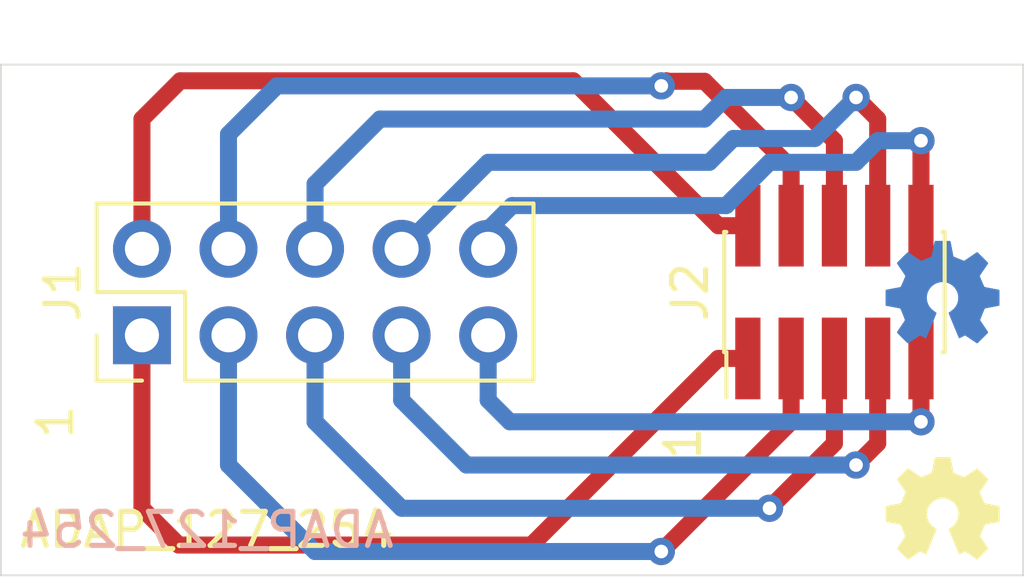
<source format=kicad_pcb>
(kicad_pcb (version 20171130) (host pcbnew 5.1.5-52549c5~86~ubuntu18.04.1)

  (general
    (thickness 1.6)
    (drawings 8)
    (tracks 69)
    (zones 0)
    (modules 4)
    (nets 11)
  )

  (page A4)
  (title_block
    (title "5x2 pin 1.27 mm male to 2.54 mm male adapter")
    (company Galopago)
  )

  (layers
    (0 F.Cu signal)
    (31 B.Cu signal)
    (32 B.Adhes user)
    (33 F.Adhes user)
    (34 B.Paste user)
    (35 F.Paste user)
    (36 B.SilkS user)
    (37 F.SilkS user)
    (38 B.Mask user)
    (39 F.Mask user)
    (40 Dwgs.User user)
    (41 Cmts.User user)
    (42 Eco1.User user)
    (43 Eco2.User user)
    (44 Edge.Cuts user)
    (45 Margin user)
    (46 B.CrtYd user)
    (47 F.CrtYd user)
    (48 B.Fab user)
    (49 F.Fab user)
  )

  (setup
    (last_trace_width 0.5)
    (trace_clearance 0.2)
    (zone_clearance 0.508)
    (zone_45_only no)
    (trace_min 0.2)
    (via_size 0.8)
    (via_drill 0.4)
    (via_min_size 0.4)
    (via_min_drill 0.3)
    (uvia_size 0.3)
    (uvia_drill 0.1)
    (uvias_allowed no)
    (uvia_min_size 0.2)
    (uvia_min_drill 0.1)
    (edge_width 0.05)
    (segment_width 0.2)
    (pcb_text_width 0.3)
    (pcb_text_size 1.5 1.5)
    (mod_edge_width 0.12)
    (mod_text_size 1 1)
    (mod_text_width 0.15)
    (pad_size 1.524 1.524)
    (pad_drill 0.762)
    (pad_to_mask_clearance 0.051)
    (solder_mask_min_width 0.25)
    (aux_axis_origin 0 0)
    (visible_elements FFFFFF7F)
    (pcbplotparams
      (layerselection 0x010f0_ffffffff)
      (usegerberextensions false)
      (usegerberattributes false)
      (usegerberadvancedattributes false)
      (creategerberjobfile false)
      (excludeedgelayer true)
      (linewidth 0.100000)
      (plotframeref false)
      (viasonmask false)
      (mode 1)
      (useauxorigin false)
      (hpglpennumber 1)
      (hpglpenspeed 20)
      (hpglpendiameter 15.000000)
      (psnegative false)
      (psa4output false)
      (plotreference true)
      (plotvalue true)
      (plotinvisibletext false)
      (padsonsilk false)
      (subtractmaskfromsilk false)
      (outputformat 1)
      (mirror false)
      (drillshape 0)
      (scaleselection 1)
      (outputdirectory "gerber/single/"))
  )

  (net 0 "")
  (net 1 "Net-(J1-Pad10)")
  (net 2 "Net-(J1-Pad9)")
  (net 3 "Net-(J1-Pad8)")
  (net 4 "Net-(J1-Pad7)")
  (net 5 "Net-(J1-Pad6)")
  (net 6 "Net-(J1-Pad5)")
  (net 7 "Net-(J1-Pad4)")
  (net 8 "Net-(J1-Pad3)")
  (net 9 "Net-(J1-Pad2)")
  (net 10 "Net-(J1-Pad1)")

  (net_class Default "This is the default net class."
    (clearance 0.2)
    (trace_width 0.5)
    (via_dia 0.8)
    (via_drill 0.4)
    (uvia_dia 0.3)
    (uvia_drill 0.1)
    (add_net "Net-(J1-Pad1)")
    (add_net "Net-(J1-Pad10)")
    (add_net "Net-(J1-Pad2)")
    (add_net "Net-(J1-Pad3)")
    (add_net "Net-(J1-Pad4)")
    (add_net "Net-(J1-Pad5)")
    (add_net "Net-(J1-Pad6)")
    (add_net "Net-(J1-Pad7)")
    (add_net "Net-(J1-Pad8)")
    (add_net "Net-(J1-Pad9)")
  )

  (module Symbol:OSHW-Symbol_3.3x3mm_Copper (layer B.Cu) (tedit 0) (tstamp 5ED49F43)
    (at 127.635 106.68 180)
    (descr "Open Source Hardware Symbol")
    (tags "Logo Symbol OSHW")
    (attr virtual)
    (fp_text reference REF** (at 0 0) (layer B.SilkS) hide
      (effects (font (size 1 1) (thickness 0.15)) (justify mirror))
    )
    (fp_text value OSHW-Symbol_3.3x3mm_Copper (at 0.75 0) (layer B.Fab) hide
      (effects (font (size 1 1) (thickness 0.15)) (justify mirror))
    )
    (fp_poly (pts (xy 0.025852 1.499527) (xy 0.060681 1.499384) (xy 0.094199 1.499117) (xy 0.12563 1.498727)
      (xy 0.154193 1.49821) (xy 0.17911 1.497569) (xy 0.199602 1.496802) (xy 0.21489 1.495911)
      (xy 0.224196 1.494894) (xy 0.226648 1.494181) (xy 0.228282 1.491962) (xy 0.230212 1.48721)
      (xy 0.232539 1.479442) (xy 0.235366 1.468179) (xy 0.238796 1.452939) (xy 0.24293 1.433243)
      (xy 0.24787 1.408608) (xy 0.253718 1.378556) (xy 0.260576 1.342604) (xy 0.268547 1.300273)
      (xy 0.273859 1.271867) (xy 0.281171 1.232921) (xy 0.288195 1.19596) (xy 0.294805 1.161625)
      (xy 0.300873 1.130558) (xy 0.306271 1.103402) (xy 0.310871 1.080797) (xy 0.314546 1.063386)
      (xy 0.317168 1.051811) (xy 0.318611 1.046712) (xy 0.318636 1.046662) (xy 0.32374 1.03982)
      (xy 0.327471 1.037012) (xy 0.387317 1.012399) (xy 0.440529 0.990597) (xy 0.487158 0.971587)
      (xy 0.527253 0.955347) (xy 0.560864 0.941859) (xy 0.588043 0.931101) (xy 0.608839 0.923053)
      (xy 0.623302 0.917696) (xy 0.631483 0.91501) (xy 0.633259 0.914662) (xy 0.634915 0.914647)
      (xy 0.636575 0.914799) (xy 0.63868 0.915406) (xy 0.641672 0.916759) (xy 0.645992 0.919148)
      (xy 0.652081 0.922863) (xy 0.66038 0.928196) (xy 0.671332 0.935435) (xy 0.685376 0.944872)
      (xy 0.702954 0.956796) (xy 0.724508 0.971498) (xy 0.750479 0.989269) (xy 0.781308 1.010398)
      (xy 0.817437 1.035175) (xy 0.840254 1.050826) (xy 0.870851 1.071788) (xy 0.899826 1.091593)
      (xy 0.926593 1.109845) (xy 0.950567 1.126145) (xy 0.971161 1.140097) (xy 0.98779 1.151303)
      (xy 0.999869 1.159366) (xy 1.006811 1.16389) (xy 1.008091 1.164658) (xy 1.015869 1.167036)
      (xy 1.024185 1.164695) (xy 1.026239 1.163653) (xy 1.030583 1.160163) (xy 1.039549 1.151989)
      (xy 1.052649 1.139606) (xy 1.069396 1.123489) (xy 1.089301 1.10411) (xy 1.111878 1.081945)
      (xy 1.13664 1.057467) (xy 1.163099 1.03115) (xy 1.185974 1.008275) (xy 1.217861 0.976277)
      (xy 1.244963 0.948982) (xy 1.267657 0.925988) (xy 1.286318 0.906891) (xy 1.30132 0.891287)
      (xy 1.31304 0.878773) (xy 1.321851 0.868946) (xy 1.32813 0.861402) (xy 1.332252 0.855738)
      (xy 1.334591 0.851551) (xy 1.335524 0.848437) (xy 1.335587 0.847412) (xy 1.334507 0.84346)
      (xy 1.331167 0.836565) (xy 1.325335 0.826372) (xy 1.316782 0.812524) (xy 1.305277 0.794667)
      (xy 1.290589 0.772445) (xy 1.272488 0.745501) (xy 1.250744 0.71348) (xy 1.225125 0.676027)
      (xy 1.214156 0.66005) (xy 1.192108 0.627861) (xy 1.171272 0.597252) (xy 1.152019 0.568779)
      (xy 1.134718 0.542999) (xy 1.11974 0.520467) (xy 1.107456 0.501742) (xy 1.098236 0.487379)
      (xy 1.092449 0.477936) (xy 1.09049 0.474129) (xy 1.090554 0.470302) (xy 1.092137 0.463537)
      (xy 1.09543 0.453346) (xy 1.100621 0.439244) (xy 1.1079 0.420742) (xy 1.117456 0.397354)
      (xy 1.129479 0.368594) (xy 1.144158 0.333974) (xy 1.154012 0.310906) (xy 1.168241 0.277905)
      (xy 1.181651 0.247269) (xy 1.193946 0.219646) (xy 1.204828 0.195684) (xy 1.214001 0.176031)
      (xy 1.221168 0.161335) (xy 1.226032 0.152244) (xy 1.227881 0.149587) (xy 1.233172 0.146205)
      (xy 1.24219 0.142832) (xy 1.255843 0.139222) (xy 1.275037 0.135129) (xy 1.29577 0.131201)
      (xy 1.355637 0.120226) (xy 1.41094 0.110024) (xy 1.461408 0.100646) (xy 1.506772 0.092142)
      (xy 1.546762 0.084566) (xy 1.581107 0.077969) (xy 1.609539 0.072402) (xy 1.631787 0.067916)
      (xy 1.647582 0.064565) (xy 1.656653 0.062399) (xy 1.658716 0.061711) (xy 1.665262 0.055985)
      (xy 1.667378 0.052434) (xy 1.667781 0.047837) (xy 1.668161 0.036632) (xy 1.668511 0.019469)
      (xy 1.668825 -0.003) (xy 1.669096 -0.030125) (xy 1.669317 -0.061255) (xy 1.669483 -0.095739)
      (xy 1.669586 -0.132926) (xy 1.66962 -0.170629) (xy 1.669622 -0.216578) (xy 1.6696 -0.255812)
      (xy 1.669514 -0.288874) (xy 1.669323 -0.316306) (xy 1.668986 -0.338653) (xy 1.668462 -0.356458)
      (xy 1.667711 -0.370265) (xy 1.666692 -0.380616) (xy 1.665364 -0.388056) (xy 1.663686 -0.393128)
      (xy 1.661618 -0.396375) (xy 1.659118 -0.39834) (xy 1.656147 -0.399568) (xy 1.652662 -0.400601)
      (xy 1.652358 -0.400692) (xy 1.647692 -0.401691) (xy 1.636554 -0.403877) (xy 1.619608 -0.407123)
      (xy 1.597522 -0.411304) (xy 1.570962 -0.416296) (xy 1.540595 -0.421972) (xy 1.507086 -0.428207)
      (xy 1.471102 -0.434876) (xy 1.446399 -0.439441) (xy 1.402024 -0.447664) (xy 1.364282 -0.454741)
      (xy 1.332655 -0.460784) (xy 1.306629 -0.465901) (xy 1.285684 -0.470203) (xy 1.269304 -0.473799)
      (xy 1.256973 -0.4768) (xy 1.248174 -0.479315) (xy 1.242389 -0.481454) (xy 1.239102 -0.483328)
      (xy 1.238787 -0.483598) (xy 1.235707 -0.488544) (xy 1.230373 -0.499456) (xy 1.223114 -0.515517)
      (xy 1.214256 -0.535908) (xy 1.20413 -0.559813) (xy 1.193063 -0.586414) (xy 1.181384 -0.614892)
      (xy 1.169421 -0.64443) (xy 1.157503 -0.67421) (xy 1.145957 -0.703415) (xy 1.135114 -0.731226)
      (xy 1.1253 -0.756827) (xy 1.116844 -0.779398) (xy 1.110075 -0.798123) (xy 1.105321 -0.812184)
      (xy 1.10291 -0.820762) (xy 1.102676 -0.822511) (xy 1.103501 -0.826238) (xy 1.106155 -0.832251)
      (xy 1.110905 -0.840966) (xy 1.118018 -0.852799) (xy 1.127763 -0.868165) (xy 1.140405 -0.887479)
      (xy 1.156213 -0.911157) (xy 1.175453 -0.939615) (xy 1.198393 -0.973268) (xy 1.219185 -1.003622)
      (xy 1.247786 -1.045457) (xy 1.272219 -1.08152) (xy 1.292562 -1.111931) (xy 1.308892 -1.136806)
      (xy 1.321285 -1.156264) (xy 1.329818 -1.170424) (xy 1.334568 -1.179403) (xy 1.335696 -1.182898)
      (xy 1.334819 -1.185801) (xy 1.331965 -1.190387) (xy 1.326794 -1.197013) (xy 1.31897 -1.206038)
      (xy 1.308154 -1.21782) (xy 1.294009 -1.232718) (xy 1.276197 -1.25109) (xy 1.25438 -1.273295)
      (xy 1.22822 -1.29969) (xy 1.19738 -1.330633) (xy 1.180514 -1.347508) (xy 1.144517 -1.3834)
      (xy 1.113381 -1.414228) (xy 1.086933 -1.44016) (xy 1.064997 -1.461361) (xy 1.047401 -1.477996)
      (xy 1.03397 -1.490231) (xy 1.024529 -1.498232) (xy 1.018905 -1.502165) (xy 1.017457 -1.502658)
      (xy 1.015637 -1.502543) (xy 1.013435 -1.502011) (xy 1.010423 -1.500778) (xy 1.00617 -1.498561)
      (xy 1.000249 -1.495077) (xy 0.992229 -1.490044) (xy 0.981681 -1.483178) (xy 0.968177 -1.474197)
      (xy 0.951286 -1.462816) (xy 0.93058 -1.448755) (xy 0.905629 -1.431728) (xy 0.876004 -1.411455)
      (xy 0.841276 -1.38765) (xy 0.801016 -1.360033) (xy 0.798844 -1.358542) (xy 0.771484 -1.339883)
      (xy 0.74578 -1.322568) (xy 0.722388 -1.307024) (xy 0.70196 -1.293676) (xy 0.685151 -1.282947)
      (xy 0.672616 -1.275263) (xy 0.665007 -1.271049) (xy 0.663107 -1.270363) (xy 0.657945 -1.272015)
      (xy 0.647402 -1.276647) (xy 0.632479 -1.283776) (xy 0.614174 -1.292917) (xy 0.593485 -1.303586)
      (xy 0.581111 -1.310111) (xy 0.559585 -1.321515) (xy 0.539985 -1.331828) (xy 0.523292 -1.340538)
      (xy 0.510485 -1.347137) (xy 0.502545 -1.351114) (xy 0.500577 -1.352011) (xy 0.493787 -1.351439)
      (xy 0.487302 -1.347651) (xy 0.484931 -1.343479) (xy 0.480045 -1.333121) (xy 0.472866 -1.317111)
      (xy 0.463616 -1.295986) (xy 0.452518 -1.270282) (xy 0.439795 -1.240535) (xy 0.425669 -1.20728)
      (xy 0.410363 -1.171054) (xy 0.394098 -1.132392) (xy 0.377099 -1.091831) (xy 0.359586 -1.049906)
      (xy 0.341783 -1.007153) (xy 0.323912 -0.964109) (xy 0.306196 -0.921309) (xy 0.288857 -0.879289)
      (xy 0.272118 -0.838585) (xy 0.256201 -0.799734) (xy 0.241328 -0.76327) (xy 0.227723 -0.729731)
      (xy 0.215608 -0.699651) (xy 0.205205 -0.673567) (xy 0.196737 -0.652015) (xy 0.190426 -0.635531)
      (xy 0.186495 -0.624651) (xy 0.185165 -0.619929) (xy 0.185791 -0.613195) (xy 0.188378 -0.607681)
      (xy 0.194148 -0.602031) (xy 0.204322 -0.594892) (xy 0.212332 -0.589779) (xy 0.263966 -0.554544)
      (xy 0.308893 -0.517898) (xy 0.347607 -0.479326) (xy 0.380603 -0.438315) (xy 0.408378 -0.394354)
      (xy 0.417309 -0.377479) (xy 0.439229 -0.326154) (xy 0.454771 -0.272371) (xy 0.463874 -0.217045)
      (xy 0.466482 -0.161092) (xy 0.462535 -0.105426) (xy 0.451976 -0.050962) (xy 0.440485 -0.01367)
      (xy 0.417906 0.038805) (xy 0.389288 0.087904) (xy 0.35515 0.133051) (xy 0.31601 0.173674)
      (xy 0.272388 0.209198) (xy 0.224801 0.239049) (xy 0.201518 0.250813) (xy 0.148277 0.271953)
      (xy 0.094043 0.286249) (xy 0.039365 0.293887) (xy -0.015209 0.295051) (xy -0.069128 0.289926)
      (xy -0.121846 0.278696) (xy -0.172811 0.261547) (xy -0.221477 0.238661) (xy -0.267293 0.210226)
      (xy -0.309711 0.176424) (xy -0.348181 0.13744) (xy -0.382155 0.09346) (xy -0.411018 0.044798)
      (xy -0.43153 0.000289) (xy -0.446415 -0.043039) (xy -0.456139 -0.087152) (xy -0.461168 -0.134012)
      (xy -0.462144 -0.170591) (xy -0.460109 -0.219623) (xy -0.453864 -0.264464) (xy -0.44294 -0.307147)
      (xy -0.426868 -0.349702) (xy -0.414813 -0.375508) (xy -0.390255 -0.418998) (xy -0.361148 -0.459431)
      (xy -0.326905 -0.497415) (xy -0.28694 -0.533558) (xy -0.240669 -0.56847) (xy -0.208703 -0.589671)
      (xy -0.195559 -0.598285) (xy -0.187491 -0.604626) (xy -0.183281 -0.610041) (xy -0.181713 -0.615878)
      (xy -0.181536 -0.619759) (xy -0.182893 -0.624196) (xy -0.186833 -0.634793) (xy -0.193135 -0.651016)
      (xy -0.201578 -0.672328) (xy -0.21194 -0.698195) (xy -0.224002 -0.728081) (xy -0.237541 -0.76145)
      (xy -0.252336 -0.797768) (xy -0.268168 -0.836498) (xy -0.284814 -0.877106) (xy -0.302054 -0.919055)
      (xy -0.319666 -0.961812) (xy -0.33743 -1.00484) (xy -0.355124 -1.047603) (xy -0.372527 -1.089568)
      (xy -0.38942 -1.130197) (xy -0.405579 -1.168957) (xy -0.420785 -1.205311) (xy -0.434816 -1.238723)
      (xy -0.447452 -1.26866) (xy -0.458471 -1.294585) (xy -0.467652 -1.315963) (xy -0.474774 -1.332258)
      (xy -0.479617 -1.342936) (xy -0.481959 -1.34746) (xy -0.481985 -1.347492) (xy -0.487791 -1.352518)
      (xy -0.491202 -1.353844) (xy -0.495316 -1.352207) (xy -0.50491 -1.347607) (xy -0.519065 -1.340508)
      (xy -0.536863 -1.331376) (xy -0.557385 -1.320676) (xy -0.573632 -1.312103) (xy -0.595791 -1.300506)
      (xy -0.616133 -1.290147) (xy -0.633687 -1.281497) (xy -0.647486 -1.275027) (xy -0.656559 -1.271207)
      (xy -0.659601 -1.270363) (xy -0.663864 -1.272369) (xy -0.673532 -1.278142) (xy -0.688044 -1.287311)
      (xy -0.706838 -1.299509) (xy -0.729354 -1.314364) (xy -0.755031 -1.331508) (xy -0.783307 -1.350571)
      (xy -0.813621 -1.371185) (xy -0.836004 -1.38651) (xy -0.87154 -1.41081) (xy -0.904052 -1.432842)
      (xy -0.933135 -1.45234) (xy -0.958386 -1.469041) (xy -0.9794 -1.482679) (xy -0.995771 -1.49299)
      (xy -1.007097 -1.499709) (xy -1.012971 -1.502571) (xy -1.013463 -1.502658) (xy -1.016834 -1.501147)
      (xy -1.023124 -1.496451) (xy -1.032596 -1.48832) (xy -1.045511 -1.476508) (xy -1.062129 -1.460764)
      (xy -1.082712 -1.440843) (xy -1.107522 -1.416494) (xy -1.13682 -1.387471) (xy -1.170867 -1.353525)
      (xy -1.176917 -1.347476) (xy -1.209985 -1.314351) (xy -1.238222 -1.285946) (xy -1.261972 -1.261892)
      (xy -1.281582 -1.241822) (xy -1.297398 -1.225368) (xy -1.309766 -1.212162) (xy -1.319033 -1.201837)
      (xy -1.325544 -1.194025) (xy -1.329645 -1.188357) (xy -1.331683 -1.184467) (xy -1.332067 -1.182598)
      (xy -1.330452 -1.177914) (xy -1.325521 -1.168741) (xy -1.317147 -1.154881) (xy -1.305199 -1.136137)
      (xy -1.289551 -1.11231) (xy -1.270072 -1.083202) (xy -1.246635 -1.048615) (xy -1.219111 -1.008351)
      (xy -1.215556 -1.003171) (xy -1.189389 -0.964967) (xy -1.167144 -0.932292) (xy -1.148562 -0.904743)
      (xy -1.133381 -0.881915) (xy -1.121341 -0.863405) (xy -1.112183 -0.848808) (xy -1.105645 -0.83772)
      (xy -1.101469 -0.829738) (xy -1.099393 -0.824458) (xy -1.099046 -0.822329) (xy -1.100396 -0.816284)
      (xy -1.104225 -0.804414) (xy -1.110206 -0.787538) (xy -1.118008 -0.766474) (xy -1.127305 -0.74204)
      (xy -1.137767 -0.715053) (xy -1.149066 -0.686332) (xy -1.160873 -0.656694) (xy -1.172859 -0.626959)
      (xy -1.184696 -0.597943) (xy -1.196055 -0.570465) (xy -1.206608 -0.545342) (xy -1.216027 -0.523393)
      (xy -1.223981 -0.505436) (xy -1.230143 -0.492289) (xy -1.234185 -0.48477) (xy -1.235157 -0.483499)
      (xy -1.238011 -0.48167) (xy -1.243144 -0.479613) (xy -1.251074 -0.477217) (xy -1.26232 -0.474372)
      (xy -1.277398 -0.470968) (xy -1.296826 -0.466894) (xy -1.321122 -0.462039) (xy -1.350802 -0.456293)
      (xy -1.386385 -0.449545) (xy -1.428388 -0.441685) (xy -1.447397 -0.43815) (xy -1.494151 -0.429418)
      (xy -1.534152 -0.421835) (xy -1.567799 -0.415318) (xy -1.595493 -0.409781) (xy -1.617632 -0.405142)
      (xy -1.634618 -0.401316) (xy -1.646849 -0.398219) (xy -1.654727 -0.395766) (xy -1.65865 -0.393875)
      (xy -1.658821 -0.393731) (xy -1.660312 -0.392194) (xy -1.66158 -0.390122) (xy -1.662644 -0.386956)
      (xy -1.663521 -0.382136) (xy -1.66423 -0.375106) (xy -1.664789 -0.365306) (xy -1.665215 -0.352178)
      (xy -1.665526 -0.335164) (xy -1.665741 -0.313704) (xy -1.665877 -0.287242) (xy -1.665952 -0.255217)
      (xy -1.665984 -0.217073) (xy -1.66599 -0.17225) (xy -1.66599 -0.170326) (xy -1.665954 -0.131181)
      (xy -1.665848 -0.094113) (xy -1.66568 -0.059775) (xy -1.665457 -0.028817) (xy -1.665184 -0.00189)
      (xy -1.664868 0.020354) (xy -1.664516 0.037263) (xy -1.664135 0.048187) (xy -1.663749 0.052434)
      (xy -1.658744 0.059104) (xy -1.655245 0.061627) (xy -1.65061 0.062888) (xy -1.63949 0.065331)
      (xy -1.622538 0.068826) (xy -1.600407 0.073247) (xy -1.573753 0.078464) (xy -1.543229 0.08435)
      (xy -1.509488 0.090775) (xy -1.473186 0.097613) (xy -1.442432 0.103351) (xy -1.394011 0.112405)
      (xy -1.35243 0.12031) (xy -1.317371 0.127132) (xy -1.288518 0.132938) (xy -1.265553 0.137793)
      (xy -1.248159 0.141765) (xy -1.236018 0.144919) (xy -1.228815 0.147321) (xy -1.226808 0.148371)
      (xy -1.223139 0.153333) (xy -1.217136 0.164178) (xy -1.209154 0.180083) (xy -1.199548 0.200223)
      (xy -1.188673 0.223774) (xy -1.176884 0.249912) (xy -1.164538 0.277814) (xy -1.151988 0.306655)
      (xy -1.139591 0.335612) (xy -1.127701 0.363859) (xy -1.116674 0.390575) (xy -1.106865 0.414933)
      (xy -1.09863 0.436112) (xy -1.092323 0.453285) (xy -1.0883 0.46563) (xy -1.086915 0.472323)
      (xy -1.086952 0.472757) (xy -1.089283 0.477499) (xy -1.095384 0.487647) (xy -1.104886 0.502644)
      (xy -1.11742 0.521932) (xy -1.132618 0.544952) (xy -1.150112 0.571146) (xy -1.169535 0.599957)
      (xy -1.190516 0.630826) (xy -1.210275 0.659682) (xy -1.237478 0.699366) (xy -1.260717 0.73348)
      (xy -1.280225 0.762379) (xy -1.296229 0.78642) (xy -1.308963 0.805956) (xy -1.318654 0.821344)
      (xy -1.325535 0.832939) (xy -1.329835 0.841097) (xy -1.331784 0.846172) (xy -1.331958 0.847413)
      (xy -1.331479 0.8502) (xy -1.329747 0.853901) (xy -1.326387 0.858916) (xy -1.321027 0.865646)
      (xy -1.313294 0.874492) (xy -1.302816 0.885854) (xy -1.289218 0.900133) (xy -1.272129 0.91773)
      (xy -1.251175 0.939046) (xy -1.225984 0.96448) (xy -1.196183 0.994435) (xy -1.18053 1.010136)
      (xy -1.152941 1.037716) (xy -1.126699 1.063793) (xy -1.10228 1.087902) (xy -1.080162 1.109581)
      (xy -1.060819 1.128368) (xy -1.044728 1.143799) (xy -1.032366 1.155413) (xy -1.024208 1.162746)
      (xy -1.020859 1.165301) (xy -1.012242 1.167031) (xy -1.007211 1.166415) (xy -1.003303 1.164031)
      (xy -0.993948 1.157894) (xy -0.979682 1.148366) (xy -0.961038 1.135807) (xy -0.93855 1.120581)
      (xy -0.912753 1.103048) (xy -0.88418 1.08357) (xy -0.853366 1.062509) (xy -0.820845 1.040227)
      (xy -0.819757 1.03948) (xy -0.784266 1.015223) (xy -0.751329 0.99289) (xy -0.72139 0.972773)
      (xy -0.69489 0.955163) (xy -0.672273 0.94035) (xy -0.65398 0.928624) (xy -0.640455 0.920277)
      (xy -0.632139 0.915599) (xy -0.62969 0.914662) (xy -0.62508 0.915989) (xy -0.614602 0.919744)
      (xy -0.599101 0.925588) (xy -0.57942 0.933183) (xy -0.556405 0.94219) (xy -0.530897 0.95227)
      (xy -0.503743 0.963084) (xy -0.475785 0.974293) (xy -0.447867 0.985559) (xy -0.420834 0.996543)
      (xy -0.395529 1.006906) (xy -0.372797 1.016309) (xy -0.353481 1.024414) (xy -0.338425 1.030881)
      (xy -0.328474 1.035372) (xy -0.326242 1.036472) (xy -0.318293 1.042229) (xy -0.313911 1.047915)
      (xy -0.312768 1.052562) (xy -0.310425 1.063709) (xy -0.307004 1.080721) (xy -0.30263 1.102959)
      (xy -0.297425 1.129788) (xy -0.291514 1.160571) (xy -0.28502 1.194671) (xy -0.278065 1.231451)
      (xy -0.270775 1.270275) (xy -0.270488 1.271808) (xy -0.261806 1.318045) (xy -0.254302 1.357623)
      (xy -0.247871 1.391028) (xy -0.24241 1.418746) (xy -0.237815 1.441263) (xy -0.233983 1.459066)
      (xy -0.23081 1.472641) (xy -0.228191 1.482473) (xy -0.226025 1.489049) (xy -0.224207 1.492856)
      (xy -0.2231 1.494122) (xy -0.218015 1.49522) (xy -0.20645 1.496194) (xy -0.189185 1.497045)
      (xy -0.166999 1.497772) (xy -0.14067 1.498375) (xy -0.110978 1.498854) (xy -0.0787 1.499208)
      (xy -0.044617 1.499438) (xy -0.009506 1.499545) (xy 0.025852 1.499527)) (layer B.Cu) (width 0.01))
  )

  (module Symbol:OSHW-Symbol_3.3x3mm_SilkScreen (layer F.Cu) (tedit 0) (tstamp 5ED49EB0)
    (at 127.635 113.03)
    (descr "Open Source Hardware Symbol")
    (tags "Logo Symbol OSHW")
    (attr virtual)
    (fp_text reference REF** (at 0 0) (layer F.SilkS) hide
      (effects (font (size 1 1) (thickness 0.15)))
    )
    (fp_text value OSHW-Symbol_3.3x3mm_SilkScreen (at 0.75 0) (layer F.Fab) hide
      (effects (font (size 1 1) (thickness 0.15)))
    )
    (fp_poly (pts (xy 0.025852 -1.499527) (xy 0.060681 -1.499384) (xy 0.094199 -1.499117) (xy 0.12563 -1.498727)
      (xy 0.154193 -1.49821) (xy 0.17911 -1.497569) (xy 0.199602 -1.496802) (xy 0.21489 -1.495911)
      (xy 0.224196 -1.494894) (xy 0.226648 -1.494181) (xy 0.228282 -1.491962) (xy 0.230212 -1.48721)
      (xy 0.232539 -1.479442) (xy 0.235366 -1.468179) (xy 0.238796 -1.452939) (xy 0.24293 -1.433243)
      (xy 0.24787 -1.408608) (xy 0.253718 -1.378556) (xy 0.260576 -1.342604) (xy 0.268547 -1.300273)
      (xy 0.273859 -1.271867) (xy 0.281171 -1.232921) (xy 0.288195 -1.19596) (xy 0.294805 -1.161625)
      (xy 0.300873 -1.130558) (xy 0.306271 -1.103402) (xy 0.310871 -1.080797) (xy 0.314546 -1.063386)
      (xy 0.317168 -1.051811) (xy 0.318611 -1.046712) (xy 0.318636 -1.046662) (xy 0.32374 -1.03982)
      (xy 0.327471 -1.037012) (xy 0.387317 -1.012399) (xy 0.440529 -0.990597) (xy 0.487158 -0.971587)
      (xy 0.527253 -0.955347) (xy 0.560864 -0.941859) (xy 0.588043 -0.931101) (xy 0.608839 -0.923053)
      (xy 0.623302 -0.917696) (xy 0.631483 -0.91501) (xy 0.633259 -0.914662) (xy 0.634915 -0.914647)
      (xy 0.636575 -0.914799) (xy 0.63868 -0.915406) (xy 0.641672 -0.916759) (xy 0.645992 -0.919148)
      (xy 0.652081 -0.922863) (xy 0.66038 -0.928196) (xy 0.671332 -0.935435) (xy 0.685376 -0.944872)
      (xy 0.702954 -0.956796) (xy 0.724508 -0.971498) (xy 0.750479 -0.989269) (xy 0.781308 -1.010398)
      (xy 0.817437 -1.035175) (xy 0.840254 -1.050826) (xy 0.870851 -1.071788) (xy 0.899826 -1.091593)
      (xy 0.926593 -1.109845) (xy 0.950567 -1.126145) (xy 0.971161 -1.140097) (xy 0.98779 -1.151303)
      (xy 0.999869 -1.159366) (xy 1.006811 -1.16389) (xy 1.008091 -1.164658) (xy 1.015869 -1.167036)
      (xy 1.024185 -1.164695) (xy 1.026239 -1.163653) (xy 1.030583 -1.160163) (xy 1.039549 -1.151989)
      (xy 1.052649 -1.139606) (xy 1.069396 -1.123489) (xy 1.089301 -1.10411) (xy 1.111878 -1.081945)
      (xy 1.13664 -1.057467) (xy 1.163099 -1.03115) (xy 1.185974 -1.008275) (xy 1.217861 -0.976277)
      (xy 1.244963 -0.948982) (xy 1.267657 -0.925988) (xy 1.286318 -0.906891) (xy 1.30132 -0.891287)
      (xy 1.31304 -0.878773) (xy 1.321851 -0.868946) (xy 1.32813 -0.861402) (xy 1.332252 -0.855738)
      (xy 1.334591 -0.851551) (xy 1.335524 -0.848437) (xy 1.335587 -0.847412) (xy 1.334507 -0.84346)
      (xy 1.331167 -0.836565) (xy 1.325335 -0.826372) (xy 1.316782 -0.812524) (xy 1.305277 -0.794667)
      (xy 1.290589 -0.772445) (xy 1.272488 -0.745501) (xy 1.250744 -0.71348) (xy 1.225125 -0.676027)
      (xy 1.214156 -0.66005) (xy 1.192108 -0.627861) (xy 1.171272 -0.597252) (xy 1.152019 -0.568779)
      (xy 1.134718 -0.542999) (xy 1.11974 -0.520467) (xy 1.107456 -0.501742) (xy 1.098236 -0.487379)
      (xy 1.092449 -0.477936) (xy 1.09049 -0.474129) (xy 1.090554 -0.470302) (xy 1.092137 -0.463537)
      (xy 1.09543 -0.453346) (xy 1.100621 -0.439244) (xy 1.1079 -0.420742) (xy 1.117456 -0.397354)
      (xy 1.129479 -0.368594) (xy 1.144158 -0.333974) (xy 1.154012 -0.310906) (xy 1.168241 -0.277905)
      (xy 1.181651 -0.247269) (xy 1.193946 -0.219646) (xy 1.204828 -0.195684) (xy 1.214001 -0.176031)
      (xy 1.221168 -0.161335) (xy 1.226032 -0.152244) (xy 1.227881 -0.149587) (xy 1.233172 -0.146205)
      (xy 1.24219 -0.142832) (xy 1.255843 -0.139222) (xy 1.275037 -0.135129) (xy 1.29577 -0.131201)
      (xy 1.355637 -0.120226) (xy 1.41094 -0.110024) (xy 1.461408 -0.100646) (xy 1.506772 -0.092142)
      (xy 1.546762 -0.084566) (xy 1.581107 -0.077969) (xy 1.609539 -0.072402) (xy 1.631787 -0.067916)
      (xy 1.647582 -0.064565) (xy 1.656653 -0.062399) (xy 1.658716 -0.061711) (xy 1.665262 -0.055985)
      (xy 1.667378 -0.052434) (xy 1.667781 -0.047837) (xy 1.668161 -0.036632) (xy 1.668511 -0.019469)
      (xy 1.668825 0.003) (xy 1.669096 0.030125) (xy 1.669317 0.061255) (xy 1.669483 0.095739)
      (xy 1.669586 0.132926) (xy 1.66962 0.170629) (xy 1.669622 0.216578) (xy 1.6696 0.255812)
      (xy 1.669514 0.288874) (xy 1.669323 0.316306) (xy 1.668986 0.338653) (xy 1.668462 0.356458)
      (xy 1.667711 0.370265) (xy 1.666692 0.380616) (xy 1.665364 0.388056) (xy 1.663686 0.393128)
      (xy 1.661618 0.396375) (xy 1.659118 0.39834) (xy 1.656147 0.399568) (xy 1.652662 0.400601)
      (xy 1.652358 0.400692) (xy 1.647692 0.401691) (xy 1.636554 0.403877) (xy 1.619608 0.407123)
      (xy 1.597522 0.411304) (xy 1.570962 0.416296) (xy 1.540595 0.421972) (xy 1.507086 0.428207)
      (xy 1.471102 0.434876) (xy 1.446399 0.439441) (xy 1.402024 0.447664) (xy 1.364282 0.454741)
      (xy 1.332655 0.460784) (xy 1.306629 0.465901) (xy 1.285684 0.470203) (xy 1.269304 0.473799)
      (xy 1.256973 0.4768) (xy 1.248174 0.479315) (xy 1.242389 0.481454) (xy 1.239102 0.483328)
      (xy 1.238787 0.483598) (xy 1.235707 0.488544) (xy 1.230373 0.499456) (xy 1.223114 0.515517)
      (xy 1.214256 0.535908) (xy 1.20413 0.559813) (xy 1.193063 0.586414) (xy 1.181384 0.614892)
      (xy 1.169421 0.64443) (xy 1.157503 0.67421) (xy 1.145957 0.703415) (xy 1.135114 0.731226)
      (xy 1.1253 0.756827) (xy 1.116844 0.779398) (xy 1.110075 0.798123) (xy 1.105321 0.812184)
      (xy 1.10291 0.820762) (xy 1.102676 0.822511) (xy 1.103501 0.826238) (xy 1.106155 0.832251)
      (xy 1.110905 0.840966) (xy 1.118018 0.852799) (xy 1.127763 0.868165) (xy 1.140405 0.887479)
      (xy 1.156213 0.911157) (xy 1.175453 0.939615) (xy 1.198393 0.973268) (xy 1.219185 1.003622)
      (xy 1.247786 1.045457) (xy 1.272219 1.08152) (xy 1.292562 1.111931) (xy 1.308892 1.136806)
      (xy 1.321285 1.156264) (xy 1.329818 1.170424) (xy 1.334568 1.179403) (xy 1.335696 1.182898)
      (xy 1.334819 1.185801) (xy 1.331965 1.190387) (xy 1.326794 1.197013) (xy 1.31897 1.206038)
      (xy 1.308154 1.21782) (xy 1.294009 1.232718) (xy 1.276197 1.25109) (xy 1.25438 1.273295)
      (xy 1.22822 1.29969) (xy 1.19738 1.330633) (xy 1.180514 1.347508) (xy 1.144517 1.3834)
      (xy 1.113381 1.414228) (xy 1.086933 1.44016) (xy 1.064997 1.461361) (xy 1.047401 1.477996)
      (xy 1.03397 1.490231) (xy 1.024529 1.498232) (xy 1.018905 1.502165) (xy 1.017457 1.502658)
      (xy 1.015637 1.502543) (xy 1.013435 1.502011) (xy 1.010423 1.500778) (xy 1.00617 1.498561)
      (xy 1.000249 1.495077) (xy 0.992229 1.490044) (xy 0.981681 1.483178) (xy 0.968177 1.474197)
      (xy 0.951286 1.462816) (xy 0.93058 1.448755) (xy 0.905629 1.431728) (xy 0.876004 1.411455)
      (xy 0.841276 1.38765) (xy 0.801016 1.360033) (xy 0.798844 1.358542) (xy 0.771484 1.339883)
      (xy 0.74578 1.322568) (xy 0.722388 1.307024) (xy 0.70196 1.293676) (xy 0.685151 1.282947)
      (xy 0.672616 1.275263) (xy 0.665007 1.271049) (xy 0.663107 1.270363) (xy 0.657945 1.272015)
      (xy 0.647402 1.276647) (xy 0.632479 1.283776) (xy 0.614174 1.292917) (xy 0.593485 1.303586)
      (xy 0.581111 1.310111) (xy 0.559585 1.321515) (xy 0.539985 1.331828) (xy 0.523292 1.340538)
      (xy 0.510485 1.347137) (xy 0.502545 1.351114) (xy 0.500577 1.352011) (xy 0.493787 1.351439)
      (xy 0.487302 1.347651) (xy 0.484931 1.343479) (xy 0.480045 1.333121) (xy 0.472866 1.317111)
      (xy 0.463616 1.295986) (xy 0.452518 1.270282) (xy 0.439795 1.240535) (xy 0.425669 1.20728)
      (xy 0.410363 1.171054) (xy 0.394098 1.132392) (xy 0.377099 1.091831) (xy 0.359586 1.049906)
      (xy 0.341783 1.007153) (xy 0.323912 0.964109) (xy 0.306196 0.921309) (xy 0.288857 0.879289)
      (xy 0.272118 0.838585) (xy 0.256201 0.799734) (xy 0.241328 0.76327) (xy 0.227723 0.729731)
      (xy 0.215608 0.699651) (xy 0.205205 0.673567) (xy 0.196737 0.652015) (xy 0.190426 0.635531)
      (xy 0.186495 0.624651) (xy 0.185165 0.619929) (xy 0.185791 0.613195) (xy 0.188378 0.607681)
      (xy 0.194148 0.602031) (xy 0.204322 0.594892) (xy 0.212332 0.589779) (xy 0.263966 0.554544)
      (xy 0.308893 0.517898) (xy 0.347607 0.479326) (xy 0.380603 0.438315) (xy 0.408378 0.394354)
      (xy 0.417309 0.377479) (xy 0.439229 0.326154) (xy 0.454771 0.272371) (xy 0.463874 0.217045)
      (xy 0.466482 0.161092) (xy 0.462535 0.105426) (xy 0.451976 0.050962) (xy 0.440485 0.01367)
      (xy 0.417906 -0.038805) (xy 0.389288 -0.087904) (xy 0.35515 -0.133051) (xy 0.31601 -0.173674)
      (xy 0.272388 -0.209198) (xy 0.224801 -0.239049) (xy 0.201518 -0.250813) (xy 0.148277 -0.271953)
      (xy 0.094043 -0.286249) (xy 0.039365 -0.293887) (xy -0.015209 -0.295051) (xy -0.069128 -0.289926)
      (xy -0.121846 -0.278696) (xy -0.172811 -0.261547) (xy -0.221477 -0.238661) (xy -0.267293 -0.210226)
      (xy -0.309711 -0.176424) (xy -0.348181 -0.13744) (xy -0.382155 -0.09346) (xy -0.411018 -0.044798)
      (xy -0.43153 -0.000289) (xy -0.446415 0.043039) (xy -0.456139 0.087152) (xy -0.461168 0.134012)
      (xy -0.462144 0.170591) (xy -0.460109 0.219623) (xy -0.453864 0.264464) (xy -0.44294 0.307147)
      (xy -0.426868 0.349702) (xy -0.414813 0.375508) (xy -0.390255 0.418998) (xy -0.361148 0.459431)
      (xy -0.326905 0.497415) (xy -0.28694 0.533558) (xy -0.240669 0.56847) (xy -0.208703 0.589671)
      (xy -0.195559 0.598285) (xy -0.187491 0.604626) (xy -0.183281 0.610041) (xy -0.181713 0.615878)
      (xy -0.181536 0.619759) (xy -0.182893 0.624196) (xy -0.186833 0.634793) (xy -0.193135 0.651016)
      (xy -0.201578 0.672328) (xy -0.21194 0.698195) (xy -0.224002 0.728081) (xy -0.237541 0.76145)
      (xy -0.252336 0.797768) (xy -0.268168 0.836498) (xy -0.284814 0.877106) (xy -0.302054 0.919055)
      (xy -0.319666 0.961812) (xy -0.33743 1.00484) (xy -0.355124 1.047603) (xy -0.372527 1.089568)
      (xy -0.38942 1.130197) (xy -0.405579 1.168957) (xy -0.420785 1.205311) (xy -0.434816 1.238723)
      (xy -0.447452 1.26866) (xy -0.458471 1.294585) (xy -0.467652 1.315963) (xy -0.474774 1.332258)
      (xy -0.479617 1.342936) (xy -0.481959 1.34746) (xy -0.481985 1.347492) (xy -0.487791 1.352518)
      (xy -0.491202 1.353844) (xy -0.495316 1.352207) (xy -0.50491 1.347607) (xy -0.519065 1.340508)
      (xy -0.536863 1.331376) (xy -0.557385 1.320676) (xy -0.573632 1.312103) (xy -0.595791 1.300506)
      (xy -0.616133 1.290147) (xy -0.633687 1.281497) (xy -0.647486 1.275027) (xy -0.656559 1.271207)
      (xy -0.659601 1.270363) (xy -0.663864 1.272369) (xy -0.673532 1.278142) (xy -0.688044 1.287311)
      (xy -0.706838 1.299509) (xy -0.729354 1.314364) (xy -0.755031 1.331508) (xy -0.783307 1.350571)
      (xy -0.813621 1.371185) (xy -0.836004 1.38651) (xy -0.87154 1.41081) (xy -0.904052 1.432842)
      (xy -0.933135 1.45234) (xy -0.958386 1.469041) (xy -0.9794 1.482679) (xy -0.995771 1.49299)
      (xy -1.007097 1.499709) (xy -1.012971 1.502571) (xy -1.013463 1.502658) (xy -1.016834 1.501147)
      (xy -1.023124 1.496451) (xy -1.032596 1.48832) (xy -1.045511 1.476508) (xy -1.062129 1.460764)
      (xy -1.082712 1.440843) (xy -1.107522 1.416494) (xy -1.13682 1.387471) (xy -1.170867 1.353525)
      (xy -1.176917 1.347476) (xy -1.209985 1.314351) (xy -1.238222 1.285946) (xy -1.261972 1.261892)
      (xy -1.281582 1.241822) (xy -1.297398 1.225368) (xy -1.309766 1.212162) (xy -1.319033 1.201837)
      (xy -1.325544 1.194025) (xy -1.329645 1.188357) (xy -1.331683 1.184467) (xy -1.332067 1.182598)
      (xy -1.330452 1.177914) (xy -1.325521 1.168741) (xy -1.317147 1.154881) (xy -1.305199 1.136137)
      (xy -1.289551 1.11231) (xy -1.270072 1.083202) (xy -1.246635 1.048615) (xy -1.219111 1.008351)
      (xy -1.215556 1.003171) (xy -1.189389 0.964967) (xy -1.167144 0.932292) (xy -1.148562 0.904743)
      (xy -1.133381 0.881915) (xy -1.121341 0.863405) (xy -1.112183 0.848808) (xy -1.105645 0.83772)
      (xy -1.101469 0.829738) (xy -1.099393 0.824458) (xy -1.099046 0.822329) (xy -1.100396 0.816284)
      (xy -1.104225 0.804414) (xy -1.110206 0.787538) (xy -1.118008 0.766474) (xy -1.127305 0.74204)
      (xy -1.137767 0.715053) (xy -1.149066 0.686332) (xy -1.160873 0.656694) (xy -1.172859 0.626959)
      (xy -1.184696 0.597943) (xy -1.196055 0.570465) (xy -1.206608 0.545342) (xy -1.216027 0.523393)
      (xy -1.223981 0.505436) (xy -1.230143 0.492289) (xy -1.234185 0.48477) (xy -1.235157 0.483499)
      (xy -1.238011 0.48167) (xy -1.243144 0.479613) (xy -1.251074 0.477217) (xy -1.26232 0.474372)
      (xy -1.277398 0.470968) (xy -1.296826 0.466894) (xy -1.321122 0.462039) (xy -1.350802 0.456293)
      (xy -1.386385 0.449545) (xy -1.428388 0.441685) (xy -1.447397 0.43815) (xy -1.494151 0.429418)
      (xy -1.534152 0.421835) (xy -1.567799 0.415318) (xy -1.595493 0.409781) (xy -1.617632 0.405142)
      (xy -1.634618 0.401316) (xy -1.646849 0.398219) (xy -1.654727 0.395766) (xy -1.65865 0.393875)
      (xy -1.658821 0.393731) (xy -1.660312 0.392194) (xy -1.66158 0.390122) (xy -1.662644 0.386956)
      (xy -1.663521 0.382136) (xy -1.66423 0.375106) (xy -1.664789 0.365306) (xy -1.665215 0.352178)
      (xy -1.665526 0.335164) (xy -1.665741 0.313704) (xy -1.665877 0.287242) (xy -1.665952 0.255217)
      (xy -1.665984 0.217073) (xy -1.66599 0.17225) (xy -1.66599 0.170326) (xy -1.665954 0.131181)
      (xy -1.665848 0.094113) (xy -1.66568 0.059775) (xy -1.665457 0.028817) (xy -1.665184 0.00189)
      (xy -1.664868 -0.020354) (xy -1.664516 -0.037263) (xy -1.664135 -0.048187) (xy -1.663749 -0.052434)
      (xy -1.658744 -0.059104) (xy -1.655245 -0.061627) (xy -1.65061 -0.062888) (xy -1.63949 -0.065331)
      (xy -1.622538 -0.068826) (xy -1.600407 -0.073247) (xy -1.573753 -0.078464) (xy -1.543229 -0.08435)
      (xy -1.509488 -0.090775) (xy -1.473186 -0.097613) (xy -1.442432 -0.103351) (xy -1.394011 -0.112405)
      (xy -1.35243 -0.12031) (xy -1.317371 -0.127132) (xy -1.288518 -0.132938) (xy -1.265553 -0.137793)
      (xy -1.248159 -0.141765) (xy -1.236018 -0.144919) (xy -1.228815 -0.147321) (xy -1.226808 -0.148371)
      (xy -1.223139 -0.153333) (xy -1.217136 -0.164178) (xy -1.209154 -0.180083) (xy -1.199548 -0.200223)
      (xy -1.188673 -0.223774) (xy -1.176884 -0.249912) (xy -1.164538 -0.277814) (xy -1.151988 -0.306655)
      (xy -1.139591 -0.335612) (xy -1.127701 -0.363859) (xy -1.116674 -0.390575) (xy -1.106865 -0.414933)
      (xy -1.09863 -0.436112) (xy -1.092323 -0.453285) (xy -1.0883 -0.46563) (xy -1.086915 -0.472323)
      (xy -1.086952 -0.472757) (xy -1.089283 -0.477499) (xy -1.095384 -0.487647) (xy -1.104886 -0.502644)
      (xy -1.11742 -0.521932) (xy -1.132618 -0.544952) (xy -1.150112 -0.571146) (xy -1.169535 -0.599957)
      (xy -1.190516 -0.630826) (xy -1.210275 -0.659682) (xy -1.237478 -0.699366) (xy -1.260717 -0.73348)
      (xy -1.280225 -0.762379) (xy -1.296229 -0.78642) (xy -1.308963 -0.805956) (xy -1.318654 -0.821344)
      (xy -1.325535 -0.832939) (xy -1.329835 -0.841097) (xy -1.331784 -0.846172) (xy -1.331958 -0.847413)
      (xy -1.331479 -0.8502) (xy -1.329747 -0.853901) (xy -1.326387 -0.858916) (xy -1.321027 -0.865646)
      (xy -1.313294 -0.874492) (xy -1.302816 -0.885854) (xy -1.289218 -0.900133) (xy -1.272129 -0.91773)
      (xy -1.251175 -0.939046) (xy -1.225984 -0.96448) (xy -1.196183 -0.994435) (xy -1.18053 -1.010136)
      (xy -1.152941 -1.037716) (xy -1.126699 -1.063793) (xy -1.10228 -1.087902) (xy -1.080162 -1.109581)
      (xy -1.060819 -1.128368) (xy -1.044728 -1.143799) (xy -1.032366 -1.155413) (xy -1.024208 -1.162746)
      (xy -1.020859 -1.165301) (xy -1.012242 -1.167031) (xy -1.007211 -1.166415) (xy -1.003303 -1.164031)
      (xy -0.993948 -1.157894) (xy -0.979682 -1.148366) (xy -0.961038 -1.135807) (xy -0.93855 -1.120581)
      (xy -0.912753 -1.103048) (xy -0.88418 -1.08357) (xy -0.853366 -1.062509) (xy -0.820845 -1.040227)
      (xy -0.819757 -1.03948) (xy -0.784266 -1.015223) (xy -0.751329 -0.99289) (xy -0.72139 -0.972773)
      (xy -0.69489 -0.955163) (xy -0.672273 -0.94035) (xy -0.65398 -0.928624) (xy -0.640455 -0.920277)
      (xy -0.632139 -0.915599) (xy -0.62969 -0.914662) (xy -0.62508 -0.915989) (xy -0.614602 -0.919744)
      (xy -0.599101 -0.925588) (xy -0.57942 -0.933183) (xy -0.556405 -0.94219) (xy -0.530897 -0.95227)
      (xy -0.503743 -0.963084) (xy -0.475785 -0.974293) (xy -0.447867 -0.985559) (xy -0.420834 -0.996543)
      (xy -0.395529 -1.006906) (xy -0.372797 -1.016309) (xy -0.353481 -1.024414) (xy -0.338425 -1.030881)
      (xy -0.328474 -1.035372) (xy -0.326242 -1.036472) (xy -0.318293 -1.042229) (xy -0.313911 -1.047915)
      (xy -0.312768 -1.052562) (xy -0.310425 -1.063709) (xy -0.307004 -1.080721) (xy -0.30263 -1.102959)
      (xy -0.297425 -1.129788) (xy -0.291514 -1.160571) (xy -0.28502 -1.194671) (xy -0.278065 -1.231451)
      (xy -0.270775 -1.270275) (xy -0.270488 -1.271808) (xy -0.261806 -1.318045) (xy -0.254302 -1.357623)
      (xy -0.247871 -1.391028) (xy -0.24241 -1.418746) (xy -0.237815 -1.441263) (xy -0.233983 -1.459066)
      (xy -0.23081 -1.472641) (xy -0.228191 -1.482473) (xy -0.226025 -1.489049) (xy -0.224207 -1.492856)
      (xy -0.2231 -1.494122) (xy -0.218015 -1.49522) (xy -0.20645 -1.496194) (xy -0.189185 -1.497045)
      (xy -0.166999 -1.497772) (xy -0.14067 -1.498375) (xy -0.110978 -1.498854) (xy -0.0787 -1.499208)
      (xy -0.044617 -1.499438) (xy -0.009506 -1.499545) (xy 0.025852 -1.499527)) (layer F.SilkS) (width 0.01))
  )

  (module Connector_PinHeader_1.27mm:PinHeader_2x05_P1.27mm_Vertical_SMD (layer F.Cu) (tedit 59FED6E3) (tstamp 5ED244C7)
    (at 124.46 106.68 90)
    (descr "surface-mounted straight pin header, 2x05, 1.27mm pitch, double rows")
    (tags "Surface mounted pin header SMD 2x05 1.27mm double row")
    (path /5ED21E81)
    (attr smd)
    (fp_text reference J2 (at 0 -4.235 90) (layer F.SilkS)
      (effects (font (size 1 1) (thickness 0.15)))
    )
    (fp_text value Conn_02x05_Odd_Even (at 0 4.235 90) (layer F.Fab)
      (effects (font (size 1 1) (thickness 0.15)))
    )
    (fp_text user %R (at 0 0) (layer F.Fab)
      (effects (font (size 1 1) (thickness 0.15)))
    )
    (fp_line (start 4.3 -3.7) (end -4.3 -3.7) (layer F.CrtYd) (width 0.05))
    (fp_line (start 4.3 3.7) (end 4.3 -3.7) (layer F.CrtYd) (width 0.05))
    (fp_line (start -4.3 3.7) (end 4.3 3.7) (layer F.CrtYd) (width 0.05))
    (fp_line (start -4.3 -3.7) (end -4.3 3.7) (layer F.CrtYd) (width 0.05))
    (fp_line (start 1.765 3.17) (end 1.765 3.235) (layer F.SilkS) (width 0.12))
    (fp_line (start -1.765 3.17) (end -1.765 3.235) (layer F.SilkS) (width 0.12))
    (fp_line (start 1.765 -3.235) (end 1.765 -3.17) (layer F.SilkS) (width 0.12))
    (fp_line (start -1.765 -3.235) (end -1.765 -3.17) (layer F.SilkS) (width 0.12))
    (fp_line (start -3.09 -3.17) (end -1.765 -3.17) (layer F.SilkS) (width 0.12))
    (fp_line (start -1.765 3.235) (end 1.765 3.235) (layer F.SilkS) (width 0.12))
    (fp_line (start -1.765 -3.235) (end 1.765 -3.235) (layer F.SilkS) (width 0.12))
    (fp_line (start 2.75 2.74) (end 1.705 2.74) (layer F.Fab) (width 0.1))
    (fp_line (start 2.75 2.34) (end 2.75 2.74) (layer F.Fab) (width 0.1))
    (fp_line (start 1.705 2.34) (end 2.75 2.34) (layer F.Fab) (width 0.1))
    (fp_line (start -2.75 2.74) (end -1.705 2.74) (layer F.Fab) (width 0.1))
    (fp_line (start -2.75 2.34) (end -2.75 2.74) (layer F.Fab) (width 0.1))
    (fp_line (start -1.705 2.34) (end -2.75 2.34) (layer F.Fab) (width 0.1))
    (fp_line (start 2.75 1.47) (end 1.705 1.47) (layer F.Fab) (width 0.1))
    (fp_line (start 2.75 1.07) (end 2.75 1.47) (layer F.Fab) (width 0.1))
    (fp_line (start 1.705 1.07) (end 2.75 1.07) (layer F.Fab) (width 0.1))
    (fp_line (start -2.75 1.47) (end -1.705 1.47) (layer F.Fab) (width 0.1))
    (fp_line (start -2.75 1.07) (end -2.75 1.47) (layer F.Fab) (width 0.1))
    (fp_line (start -1.705 1.07) (end -2.75 1.07) (layer F.Fab) (width 0.1))
    (fp_line (start 2.75 0.2) (end 1.705 0.2) (layer F.Fab) (width 0.1))
    (fp_line (start 2.75 -0.2) (end 2.75 0.2) (layer F.Fab) (width 0.1))
    (fp_line (start 1.705 -0.2) (end 2.75 -0.2) (layer F.Fab) (width 0.1))
    (fp_line (start -2.75 0.2) (end -1.705 0.2) (layer F.Fab) (width 0.1))
    (fp_line (start -2.75 -0.2) (end -2.75 0.2) (layer F.Fab) (width 0.1))
    (fp_line (start -1.705 -0.2) (end -2.75 -0.2) (layer F.Fab) (width 0.1))
    (fp_line (start 2.75 -1.07) (end 1.705 -1.07) (layer F.Fab) (width 0.1))
    (fp_line (start 2.75 -1.47) (end 2.75 -1.07) (layer F.Fab) (width 0.1))
    (fp_line (start 1.705 -1.47) (end 2.75 -1.47) (layer F.Fab) (width 0.1))
    (fp_line (start -2.75 -1.07) (end -1.705 -1.07) (layer F.Fab) (width 0.1))
    (fp_line (start -2.75 -1.47) (end -2.75 -1.07) (layer F.Fab) (width 0.1))
    (fp_line (start -1.705 -1.47) (end -2.75 -1.47) (layer F.Fab) (width 0.1))
    (fp_line (start 2.75 -2.34) (end 1.705 -2.34) (layer F.Fab) (width 0.1))
    (fp_line (start 2.75 -2.74) (end 2.75 -2.34) (layer F.Fab) (width 0.1))
    (fp_line (start 1.705 -2.74) (end 2.75 -2.74) (layer F.Fab) (width 0.1))
    (fp_line (start -2.75 -2.34) (end -1.705 -2.34) (layer F.Fab) (width 0.1))
    (fp_line (start -2.75 -2.74) (end -2.75 -2.34) (layer F.Fab) (width 0.1))
    (fp_line (start -1.705 -2.74) (end -2.75 -2.74) (layer F.Fab) (width 0.1))
    (fp_line (start 1.705 -3.175) (end 1.705 3.175) (layer F.Fab) (width 0.1))
    (fp_line (start -1.705 -2.74) (end -1.27 -3.175) (layer F.Fab) (width 0.1))
    (fp_line (start -1.705 3.175) (end -1.705 -2.74) (layer F.Fab) (width 0.1))
    (fp_line (start -1.27 -3.175) (end 1.705 -3.175) (layer F.Fab) (width 0.1))
    (fp_line (start 1.705 3.175) (end -1.705 3.175) (layer F.Fab) (width 0.1))
    (pad 10 smd rect (at 1.95 2.54 90) (size 2.4 0.74) (layers F.Cu F.Paste F.Mask)
      (net 1 "Net-(J1-Pad10)"))
    (pad 9 smd rect (at -1.95 2.54 90) (size 2.4 0.74) (layers F.Cu F.Paste F.Mask)
      (net 2 "Net-(J1-Pad9)"))
    (pad 8 smd rect (at 1.95 1.27 90) (size 2.4 0.74) (layers F.Cu F.Paste F.Mask)
      (net 3 "Net-(J1-Pad8)"))
    (pad 7 smd rect (at -1.95 1.27 90) (size 2.4 0.74) (layers F.Cu F.Paste F.Mask)
      (net 4 "Net-(J1-Pad7)"))
    (pad 6 smd rect (at 1.95 0 90) (size 2.4 0.74) (layers F.Cu F.Paste F.Mask)
      (net 5 "Net-(J1-Pad6)"))
    (pad 5 smd rect (at -1.95 0 90) (size 2.4 0.74) (layers F.Cu F.Paste F.Mask)
      (net 6 "Net-(J1-Pad5)"))
    (pad 4 smd rect (at 1.95 -1.27 90) (size 2.4 0.74) (layers F.Cu F.Paste F.Mask)
      (net 7 "Net-(J1-Pad4)"))
    (pad 3 smd rect (at -1.95 -1.27 90) (size 2.4 0.74) (layers F.Cu F.Paste F.Mask)
      (net 8 "Net-(J1-Pad3)"))
    (pad 2 smd rect (at 1.95 -2.54 90) (size 2.4 0.74) (layers F.Cu F.Paste F.Mask)
      (net 9 "Net-(J1-Pad2)"))
    (pad 1 smd rect (at -1.95 -2.54 90) (size 2.4 0.74) (layers F.Cu F.Paste F.Mask)
      (net 10 "Net-(J1-Pad1)"))
    (model ${KISYS3DMOD}/Connector_PinHeader_1.27mm.3dshapes/PinHeader_2x05_P1.27mm_Vertical_SMD.wrl
      (at (xyz 0 0 0))
      (scale (xyz 1 1 1))
      (rotate (xyz 0 0 0))
    )
  )

  (module Connector_PinHeader_2.54mm:PinHeader_2x05_P2.54mm_Vertical (layer F.Cu) (tedit 59FED5CC) (tstamp 5ED2430C)
    (at 104.14 107.95 90)
    (descr "Through hole straight pin header, 2x05, 2.54mm pitch, double rows")
    (tags "Through hole pin header THT 2x05 2.54mm double row")
    (path /5ED20FF2)
    (fp_text reference J1 (at 1.27 -2.33 90) (layer F.SilkS)
      (effects (font (size 1 1) (thickness 0.15)))
    )
    (fp_text value Conn_02x05_Odd_Even (at 1.27 12.49 90) (layer F.Fab)
      (effects (font (size 1 1) (thickness 0.15)))
    )
    (fp_text user %R (at 1.27 5.08) (layer F.Fab)
      (effects (font (size 1 1) (thickness 0.15)))
    )
    (fp_line (start 4.35 -1.8) (end -1.8 -1.8) (layer F.CrtYd) (width 0.05))
    (fp_line (start 4.35 11.95) (end 4.35 -1.8) (layer F.CrtYd) (width 0.05))
    (fp_line (start -1.8 11.95) (end 4.35 11.95) (layer F.CrtYd) (width 0.05))
    (fp_line (start -1.8 -1.8) (end -1.8 11.95) (layer F.CrtYd) (width 0.05))
    (fp_line (start -1.33 -1.33) (end 0 -1.33) (layer F.SilkS) (width 0.12))
    (fp_line (start -1.33 0) (end -1.33 -1.33) (layer F.SilkS) (width 0.12))
    (fp_line (start 1.27 -1.33) (end 3.87 -1.33) (layer F.SilkS) (width 0.12))
    (fp_line (start 1.27 1.27) (end 1.27 -1.33) (layer F.SilkS) (width 0.12))
    (fp_line (start -1.33 1.27) (end 1.27 1.27) (layer F.SilkS) (width 0.12))
    (fp_line (start 3.87 -1.33) (end 3.87 11.49) (layer F.SilkS) (width 0.12))
    (fp_line (start -1.33 1.27) (end -1.33 11.49) (layer F.SilkS) (width 0.12))
    (fp_line (start -1.33 11.49) (end 3.87 11.49) (layer F.SilkS) (width 0.12))
    (fp_line (start -1.27 0) (end 0 -1.27) (layer F.Fab) (width 0.1))
    (fp_line (start -1.27 11.43) (end -1.27 0) (layer F.Fab) (width 0.1))
    (fp_line (start 3.81 11.43) (end -1.27 11.43) (layer F.Fab) (width 0.1))
    (fp_line (start 3.81 -1.27) (end 3.81 11.43) (layer F.Fab) (width 0.1))
    (fp_line (start 0 -1.27) (end 3.81 -1.27) (layer F.Fab) (width 0.1))
    (pad 10 thru_hole oval (at 2.54 10.16 90) (size 1.7 1.7) (drill 1) (layers *.Cu *.Mask)
      (net 1 "Net-(J1-Pad10)"))
    (pad 9 thru_hole oval (at 0 10.16 90) (size 1.7 1.7) (drill 1) (layers *.Cu *.Mask)
      (net 2 "Net-(J1-Pad9)"))
    (pad 8 thru_hole oval (at 2.54 7.62 90) (size 1.7 1.7) (drill 1) (layers *.Cu *.Mask)
      (net 3 "Net-(J1-Pad8)"))
    (pad 7 thru_hole oval (at 0 7.62 90) (size 1.7 1.7) (drill 1) (layers *.Cu *.Mask)
      (net 4 "Net-(J1-Pad7)"))
    (pad 6 thru_hole oval (at 2.54 5.08 90) (size 1.7 1.7) (drill 1) (layers *.Cu *.Mask)
      (net 5 "Net-(J1-Pad6)"))
    (pad 5 thru_hole oval (at 0 5.08 90) (size 1.7 1.7) (drill 1) (layers *.Cu *.Mask)
      (net 6 "Net-(J1-Pad5)"))
    (pad 4 thru_hole oval (at 2.54 2.54 90) (size 1.7 1.7) (drill 1) (layers *.Cu *.Mask)
      (net 7 "Net-(J1-Pad4)"))
    (pad 3 thru_hole oval (at 0 2.54 90) (size 1.7 1.7) (drill 1) (layers *.Cu *.Mask)
      (net 8 "Net-(J1-Pad3)"))
    (pad 2 thru_hole oval (at 2.54 0 90) (size 1.7 1.7) (drill 1) (layers *.Cu *.Mask)
      (net 9 "Net-(J1-Pad2)"))
    (pad 1 thru_hole rect (at 0 0 90) (size 1.7 1.7) (drill 1) (layers *.Cu *.Mask)
      (net 10 "Net-(J1-Pad1)"))
    (model ${KISYS3DMOD}/Connector_PinHeader_2.54mm.3dshapes/PinHeader_2x05_P2.54mm_Vertical.wrl
      (at (xyz 0 0 0))
      (scale (xyz 1 1 1))
      (rotate (xyz 0 0 0))
    )
  )

  (gr_text ADAP_127_254 (at 106.045 113.665) (layer B.SilkS) (tstamp 5ED48A09)
    (effects (font (size 1 1) (thickness 0.15)) (justify mirror))
  )
  (gr_text ADAP_127_254 (at 106.045 113.665) (layer F.SilkS)
    (effects (font (size 1 1) (thickness 0.15)))
  )
  (gr_text 1 (at 120.015 111.125 90) (layer F.SilkS) (tstamp 5ED488E1)
    (effects (font (size 1 1) (thickness 0.15)))
  )
  (gr_text 1 (at 101.6 110.49 90) (layer F.SilkS)
    (effects (font (size 1 1) (thickness 0.15)))
  )
  (gr_line (start 100 115) (end 130 115) (layer Edge.Cuts) (width 0.05))
  (gr_line (start 100 100) (end 130 100) (layer Edge.Cuts) (width 0.05))
  (gr_line (start 130 100) (end 130 115) (layer Edge.Cuts) (width 0.05))
  (gr_line (start 100 100) (end 100 115) (layer Edge.Cuts) (width 0.05))

  (segment (start 127 104.73) (end 127 102.235) (width 0.5) (layer F.Cu) (net 1))
  (via (at 127 102.235) (size 0.8) (drill 0.4) (layers F.Cu B.Cu) (net 1))
  (segment (start 125.73 102.235) (end 127 102.235) (width 0.5) (layer B.Cu) (net 1))
  (segment (start 125.095 102.87) (end 125.73 102.235) (width 0.5) (layer B.Cu) (net 1))
  (segment (start 122.555 102.87) (end 125.095 102.87) (width 0.5) (layer B.Cu) (net 1))
  (segment (start 121.285 104.14) (end 122.555 102.87) (width 0.5) (layer B.Cu) (net 1))
  (segment (start 115.002919 104.14) (end 121.285 104.14) (width 0.5) (layer B.Cu) (net 1))
  (segment (start 114.3 104.842919) (end 115.002919 104.14) (width 0.5) (layer B.Cu) (net 1))
  (segment (start 114.3 105.41) (end 114.3 104.842919) (width 0.5) (layer B.Cu) (net 1))
  (segment (start 127 108.63) (end 127 110.49) (width 0.5) (layer F.Cu) (net 2))
  (via (at 127 110.49) (size 0.8) (drill 0.4) (layers F.Cu B.Cu) (net 2))
  (segment (start 127 110.49) (end 114.935 110.49) (width 0.5) (layer B.Cu) (net 2))
  (segment (start 114.3 109.855) (end 114.3 107.95) (width 0.5) (layer B.Cu) (net 2))
  (segment (start 114.935 110.49) (end 114.3 109.855) (width 0.5) (layer B.Cu) (net 2))
  (segment (start 125.73 104.73) (end 125.73 101.6) (width 0.5) (layer F.Cu) (net 3))
  (segment (start 125.73 101.6) (end 125.095 100.965) (width 0.5) (layer F.Cu) (net 3))
  (via (at 125.095 100.965) (size 0.8) (drill 0.4) (layers F.Cu B.Cu) (net 3))
  (segment (start 123.890011 102.169989) (end 124.695001 101.364999) (width 0.5) (layer B.Cu) (net 3))
  (segment (start 120.790017 102.87) (end 121.490028 102.169989) (width 0.5) (layer B.Cu) (net 3))
  (segment (start 124.695001 101.364999) (end 125.095 100.965) (width 0.5) (layer B.Cu) (net 3))
  (segment (start 111.76 105.41) (end 114.3 102.87) (width 0.5) (layer B.Cu) (net 3))
  (segment (start 121.490028 102.169989) (end 123.890011 102.169989) (width 0.5) (layer B.Cu) (net 3))
  (segment (start 114.3 102.87) (end 120.790017 102.87) (width 0.5) (layer B.Cu) (net 3))
  (segment (start 111.76 107.95) (end 111.76 109.855) (width 0.5) (layer B.Cu) (net 4))
  (segment (start 111.76 109.855) (end 113.665 111.76) (width 0.5) (layer B.Cu) (net 4))
  (segment (start 113.665 111.76) (end 125.095 111.76) (width 0.5) (layer B.Cu) (net 4))
  (via (at 125.095 111.76) (size 0.8) (drill 0.4) (layers F.Cu B.Cu) (net 4))
  (segment (start 125.095 111.76) (end 125.73 111.125) (width 0.5) (layer F.Cu) (net 4))
  (segment (start 125.73 111.125) (end 125.73 108.63) (width 0.5) (layer F.Cu) (net 4))
  (segment (start 124.46 104.73) (end 124.46 102.235) (width 0.5) (layer F.Cu) (net 5))
  (segment (start 124.46 102.235) (end 123.19 100.965) (width 0.5) (layer F.Cu) (net 5))
  (via (at 123.19 100.965) (size 0.8) (drill 0.4) (layers F.Cu B.Cu) (net 5))
  (segment (start 109.22 103.505) (end 109.22 105.41) (width 0.5) (layer B.Cu) (net 5))
  (segment (start 111.125 101.6) (end 109.22 103.505) (width 0.5) (layer B.Cu) (net 5))
  (segment (start 120.65 101.6) (end 111.125 101.6) (width 0.5) (layer B.Cu) (net 5))
  (segment (start 123.19 100.965) (end 121.285 100.965) (width 0.5) (layer B.Cu) (net 5))
  (segment (start 121.285 100.965) (end 120.65 101.6) (width 0.5) (layer B.Cu) (net 5))
  (via (at 122.555 113.03) (size 0.8) (drill 0.4) (layers F.Cu B.Cu) (net 6))
  (segment (start 122.555 113.03) (end 124.46 111.125) (width 0.5) (layer F.Cu) (net 6))
  (segment (start 124.46 111.125) (end 124.46 108.63) (width 0.5) (layer F.Cu) (net 6))
  (segment (start 111.76 113.03) (end 122.555 113.03) (width 0.5) (layer B.Cu) (net 6))
  (segment (start 109.22 107.95) (end 109.22 110.49) (width 0.5) (layer B.Cu) (net 6))
  (segment (start 109.22 110.49) (end 111.76 113.03) (width 0.5) (layer B.Cu) (net 6))
  (segment (start 123.19 103.03) (end 120.65 100.49) (width 0.5) (layer F.Cu) (net 7))
  (segment (start 123.19 104.73) (end 123.19 103.03) (width 0.5) (layer F.Cu) (net 7))
  (segment (start 119.54 100.49) (end 119.52501 100.47501) (width 0.5) (layer F.Cu) (net 7))
  (segment (start 120.65 100.49) (end 119.54 100.49) (width 0.5) (layer F.Cu) (net 7))
  (via (at 119.38 100.625) (size 0.8) (drill 0.4) (layers F.Cu B.Cu) (net 7))
  (segment (start 119.52501 100.47501) (end 119.52501 100.47999) (width 0.5) (layer F.Cu) (net 7))
  (segment (start 119.52501 100.47999) (end 119.38 100.625) (width 0.5) (layer F.Cu) (net 7))
  (segment (start 119.38 100.625) (end 108.09999 100.625) (width 0.5) (layer B.Cu) (net 7))
  (segment (start 106.68 102.04499) (end 106.68 105.41) (width 0.5) (layer B.Cu) (net 7))
  (segment (start 108.09999 100.625) (end 106.68 102.04499) (width 0.5) (layer B.Cu) (net 7))
  (via (at 119.38 114.3) (size 0.8) (drill 0.4) (layers F.Cu B.Cu) (net 8))
  (segment (start 123.19 110.49) (end 123.19 108.63) (width 0.5) (layer F.Cu) (net 8))
  (segment (start 119.38 114.3) (end 123.19 110.49) (width 0.5) (layer F.Cu) (net 8))
  (segment (start 106.68 111.76) (end 106.68 107.95) (width 0.5) (layer B.Cu) (net 8))
  (segment (start 119.38 114.3) (end 109.22 114.3) (width 0.5) (layer B.Cu) (net 8))
  (segment (start 109.22 114.3) (end 106.68 111.76) (width 0.5) (layer B.Cu) (net 8))
  (segment (start 104.14 101.6) (end 104.14 105.41) (width 0.5) (layer F.Cu) (net 9))
  (segment (start 105.26499 100.47501) (end 104.14 101.6) (width 0.5) (layer F.Cu) (net 9))
  (segment (start 116.79501 100.47501) (end 105.26499 100.47501) (width 0.5) (layer F.Cu) (net 9))
  (segment (start 121.92 104.73) (end 121.05 104.73) (width 0.5) (layer F.Cu) (net 9))
  (segment (start 121.05 104.73) (end 116.79501 100.47501) (width 0.5) (layer F.Cu) (net 9))
  (segment (start 121.05 108.63) (end 115.57 114.11) (width 0.5) (layer F.Cu) (net 10))
  (segment (start 121.92 108.63) (end 121.05 108.63) (width 0.5) (layer F.Cu) (net 10))
  (segment (start 115.57 114.11) (end 105.22 114.11) (width 0.5) (layer F.Cu) (net 10))
  (segment (start 104.14 113.03) (end 104.14 107.95) (width 0.5) (layer F.Cu) (net 10))
  (segment (start 105.22 114.11) (end 104.14 113.03) (width 0.5) (layer F.Cu) (net 10))

)

</source>
